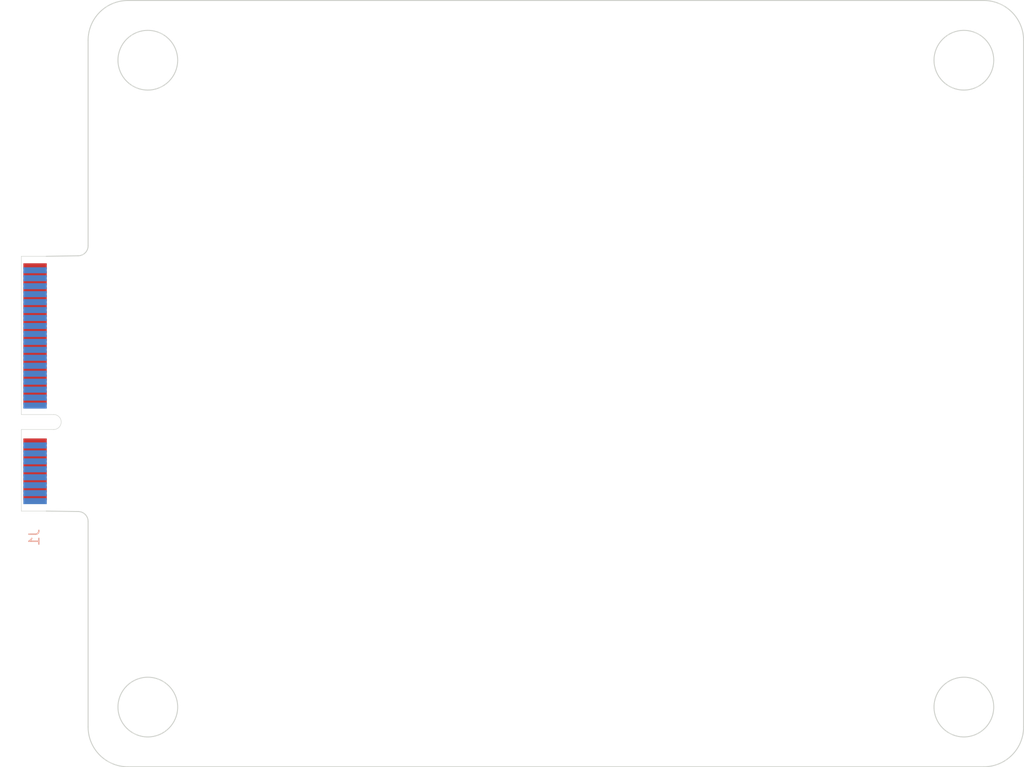
<source format=kicad_pcb>
(kicad_pcb (version 20211014) (generator pcbnew)
  (layers (0 "F.Cu" signal) (31 "B.Cu" signal) (34 "B.Paste" user) (35 "F.Paste" user) (36 "B.SilkS" user "B.Silkscreen") (37 "F.SilkS" user "F.Silkscreen") (38 "B.Mask" user) (39 "F.Mask" user) (44 "Edge.Cuts" user))
  (net 0 "")
  (net 7 "/SPK_LP")
  (net 8 "+5V")
  (net 9 "/SPK_LN")
  (net 10 "Net-(J1-Pad11)")
  (net 11 "/USB3_D_P")
  (net 12 "/USB3_D_N")
  (net 13 "GND")
  (net 14 "/USB4_D_P")
  (net 15 "/SPK_RP")
  (net 16 "/USB4_D_N")
  (net 17 "/SPK_RN")
  (net 18 "/IO28")
  (net 19 "/IO29")
  (net 20 "/IO30")
  (net 21 "/CAM_D3_P")
  (net 22 "/IO31")
  (net 23 "/CAM_D3_N")
  (net 24 "/IO32")
  (net 25 "/IO33")
  (net 26 "/CAM_D2_P")
  (net 27 "/IO34")
  (net 28 "/CAM_D2_N")
  (net 29 "/IO35")
  (net 30 "/IO36")
  (net 31 "/CAM_C_P")
  (net 32 "/IO37")
  (net 33 "/CAM_C_N")
  (net 34 "/IO38")
  (net 35 "/IO39")
  (net 36 "/CAM_D1_P")
  (net 37 "/IO40")
  (net 38 "/CAM_D1_N")
  (net 39 "/IO41")
  (net 40 "/IO42")
  (net 41 "/IO43")
  (net 42 "/IO44")
  (net 43 "/IO45")
  (footprint "mpcie:mini-PCIe" (layer "B.Cu") (at 90.164412 104.159558 90)
    (fp_text reference "J1" (at -11.6 1.3 90) (layer "B.SilkS") (effects (justify mirror)))
    (fp_text value "miniPCIe")
    (fp_line (start 0.75 0) (end 16.65 0) (layer "Edge.Cuts") (width 0.05))
    (fp_line (start -8.95 0) (end -8.95 2.5) (layer "Edge.Cuts") (width 0.05))
    (fp_line (start -0.75 0) (end -0.75 3.25) (layer "Edge.Cuts") (width 0.05))
    (fp_line (start 16.65 0) (end 16.65 2.5) (layer "Edge.Cuts") (width 0.05))
    (fp_line (start -0.75 0) (end -8.95 0) (layer "Edge.Cuts") (width 0.05))
    (fp_line (start 0.75 0) (end 0.75 3.25) (layer "Edge.Cuts") (width 0.05))
    (fp_arc (start 0.75 3.25) (mid 0 4) (end -0.75 3.25) (layer "Edge.Cuts") (width 0.05))
    (pad "1" smd rect (at -7.95 1.375 90) (size 0.6 2.35) (layers "B.Cu" "B.Mask") (net 7 "/SPK_LP"))
    (pad "2" smd rect (at -7.55 1.375 90) (size 0.6 2.35) (layers "F.Cu" "F.Mask") (net 8 "+5V"))
    (pad "3" smd rect (at -7.15 1.375 90) (size 0.6 2.35) (layers "B.Cu" "B.Mask") (net 9 "/SPK_LN"))
    (pad "4" smd rect (at -6.75 1.375 90) (size 0.6 2.35) (layers "F.Cu" "F.Mask") (net 8 "+5V"))
    (pad "5" smd rect (at -6.35 1.375 90) (size 0.6 2.35) (layers "B.Cu" "B.Mask") (net 10 "Net-(J1-Pad11)"))
    (pad "6" smd rect (at -5.95 1.375 90) (size 0.6 2.35) (layers "F.Cu" "F.Mask") (net 8 "+5V"))
    (pad "7" smd rect (at -5.55 1.375 90) (size 0.6 2.35) (layers "B.Cu" "B.Mask") (net 11 "/USB3_D_P"))
    (pad "8" smd rect (at -5.15 1.375 90) (size 0.6 2.35) (layers "F.Cu" "F.Mask") (net 8 "+5V"))
    (pad "9" smd rect (at -4.75 1.375 90) (size 0.6 2.35) (layers "B.Cu" "B.Mask") (net 12 "/USB3_D_N"))
    (pad "10" smd rect (at -4.35 1.375 90) (size 0.6 2.35) (layers "F.Cu" "F.Mask") (net 8 "+5V"))
    (pad "11" smd rect (at -3.95 1.375 90) (size 0.6 2.35) (layers "B.Cu" "B.Mask") (net 10 "Net-(J1-Pad11)"))
    (pad "12" smd rect (at -3.55 1.375 90) (size 0.6 2.35) (layers "F.Cu" "F.Mask") (net 13 "GND"))
    (pad "13" smd rect (at -3.15 1.375 90) (size 0.6 2.35) (layers "B.Cu" "B.Mask") (net 14 "/USB4_D_P"))
    (pad "14" smd rect (at -2.75 1.375 90) (size 0.6 2.35) (layers "F.Cu" "F.Mask") (net 15 "/SPK_RP"))
    (pad "15" smd rect (at -2.35 1.375 90) (size 0.6 2.35) (layers "B.Cu" "B.Mask") (net 16 "/USB4_D_N"))
    (pad "16" smd rect (at -1.95 1.375 90) (size 0.6 2.35) (layers "F.Cu" "F.Mask") (net 17 "/SPK_RN"))
    (pad "17" smd rect (at 1.65 1.375 90) (size 0.6 2.35) (layers "B.Cu" "B.Mask"))
    (pad "18" smd rect (at 2.05 1.375 90) (size 0.6 2.35) (layers "F.Cu" "F.Mask") (net 18 "/IO28"))
    (pad "19" smd rect (at 2.45 1.375 90) (size 0.6 2.35) (layers "B.Cu" "B.Mask"))
    (pad "20" smd rect (at 2.85 1.375 90) (size 0.6 2.35) (layers "F.Cu" "F.Mask") (net 19 "/IO29"))
    (pad "21" smd rect (at 3.25 1.375 90) (size 0.6 2.35) (layers "B.Cu" "B.Mask") (net 10 "Net-(J1-Pad11)"))
    (pad "22" smd rect (at 3.65 1.375 90) (size 0.6 2.35) (layers "F.Cu" "F.Mask") (net 20 "/IO30"))
    (pad "23" smd rect (at 4.05 1.375 90) (size 0.6 2.35) (layers "B.Cu" "B.Mask") (net 21 "/CAM_D3_P"))
    (pad "24" smd rect (at 4.45 1.375 90) (size 0.6 2.35) (layers "F.Cu" "F.Mask") (net 22 "/IO31"))
    (pad "25" smd rect (at 4.85 1.375 90) (size 0.6 2.35) (layers "B.Cu" "B.Mask") (net 23 "/CAM_D3_N"))
    (pad "26" smd rect (at 5.25 1.375 90) (size 0.6 2.35) (layers "F.Cu" "F.Mask") (net 24 "/IO32"))
    (pad "27" smd rect (at 5.65 1.375 90) (size 0.6 2.35) (layers "B.Cu" "B.Mask") (net 10 "Net-(J1-Pad11)"))
    (pad "28" smd rect (at 6.05 1.375 90) (size 0.6 2.35) (layers "F.Cu" "F.Mask") (net 25 "/IO33"))
    (pad "29" smd rect (at 6.45 1.375 90) (size 0.6 2.35) (layers "B.Cu" "B.Mask") (net 26 "/CAM_D2_P"))
    (pad "30" smd rect (at 6.85 1.375 90) (size 0.6 2.35) (layers "F.Cu" "F.Mask") (net 27 "/IO34"))
    (pad "31" smd rect (at 7.25 1.375 90) (size 0.6 2.35) (layers "B.Cu" "B.Mask") (net 28 "/CAM_D2_N"))
    (pad "32" smd rect (at 7.65 1.375 90) (size 0.6 2.35) (layers "F.Cu" "F.Mask") (net 29 "/IO35"))
    (pad "33" smd rect (at 8.05 1.375 90) (size 0.6 2.35) (layers "B.Cu" "B.Mask") (net 10 "Net-(J1-Pad11)"))
    (pad "34" smd rect (at 8.45 1.375 90) (size 0.6 2.35) (layers "F.Cu" "F.Mask") (net 30 "/IO36"))
    (pad "35" smd rect (at 8.85 1.375 90) (size 0.6 2.35) (layers "B.Cu" "B.Mask") (net 31 "/CAM_C_P"))
    (pad "36" smd rect (at 9.25 1.375 90) (size 0.6 2.35) (layers "F.Cu" "F.Mask") (net 32 "/IO37"))
    (pad "37" smd rect (at 9.65 1.375 90) (size 0.6 2.35) (layers "B.Cu" "B.Mask") (net 33 "/CAM_C_N"))
    (pad "38" smd rect (at 10.05 1.375 90) (size 0.6 2.35) (layers "F.Cu" "F.Mask") (net 34 "/IO38"))
    (pad "39" smd rect (at 10.45 1.375 90) (size 0.6 2.35) (layers "B.Cu" "B.Mask") (net 10 "Net-(J1-Pad11)"))
    (pad "40" smd rect (at 10.85 1.375 90) (size 0.6 2.35) (layers "F.Cu" "F.Mask") (net 35 "/IO39"))
    (pad "41" smd rect (at 11.25 1.375 90) (size 0.6 2.35) (layers "B.Cu" "B.Mask") (net 36 "/CAM_D1_P"))
    (pad "42" smd rect (at 11.65 1.375 90) (size 0.6 2.35) (layers "F.Cu" "F.Mask") (net 37 "/IO40"))
    (pad "43" smd rect (at 12.05 1.375 90) (size 0.6 2.35) (layers "B.Cu" "B.Mask") (net 38 "/CAM_D1_N"))
    (pad "44" smd rect (at 12.45 1.375 90) (size 0.6 2.35) (layers "F.Cu" "F.Mask") (net 39 "/IO41"))
    (pad "45" smd rect (at 12.85 1.375 90) (size 0.6 2.35) (layers "B.Cu" "B.Mask"))
    (pad "46" smd rect (at 13.25 1.375 90) (size 0.6 2.35) (layers "F.Cu" "F.Mask") (net 40 "/IO42"))
    (pad "47" smd rect (at 13.65 1.375 90) (size 0.6 2.35) (layers "B.Cu" "B.Mask"))
    (pad "48" smd rect (at 14.05 1.375 90) (size 0.6 2.35) (layers "F.Cu" "F.Mask") (net 41 "/IO43"))
    (pad "49" smd rect (at 14.45 1.375 90) (size 0.6 2.35) (layers "B.Cu" "B.Mask"))
    (pad "50" smd rect (at 14.85 1.375 90) (size 0.6 2.35) (layers "F.Cu" "F.Mask") (net 42 "/IO44"))
    (pad "51" smd rect (at 15.25 1.375 90) (size 0.6 2.35) (layers "B.Cu" "B.Mask"))
    (pad "52" smd rect (at 15.65 1.375 90) (size 0.6 2.35) (layers "F.Cu" "F.Mask") (net 43 "/IO45"))
  )
  (gr_line (start 92.664412 113.109558) (end 95.870014 113.15319) (layer "Edge.Cuts") (width 0.1))
  (gr_line (start 96.870012 65.803272) (end 96.870012 86.453218) (layer "Edge.Cuts") (width 0.1))
  (gr_arc (start 96.870012 65.803272) (mid 98.041606 62.974868) (end 100.870004 61.80328) (layer "Edge.Cuts") (width 0.1))
  (gr_line (start 96.870012 114.153188) (end 96.870012 134.803134) (layer "Edge.Cuts") (width 0.1))
  (gr_arc (start 186.870086 61.80328) (mid 189.698549 62.974813) (end 190.870078 65.803272) (layer "Edge.Cuts") (width 0.1))
  (gr_line (start 92.664412 87.509558) (end 95.870014 87.453216) (layer "Edge.Cuts") (width 0.1))
  (gr_circle (center 102.87 67.803268) (end 105.869994 67.803268) (layer "Edge.Cuts") (width 0.1) (fill none))
  (gr_line (start 186.870086 61.80328) (end 100.870004 61.80328) (layer "Edge.Cuts") (width 0.1))
  (gr_line (start 100.870004 138.803126) (end 186.870086 138.803126) (layer "Edge.Cuts") (width 0.1))
  (gr_arc (start 190.870078 134.803134) (mid 189.698485 137.631533) (end 186.870086 138.803126) (layer "Edge.Cuts") (width 0.1))
  (gr_arc (start 95.870014 113.15319) (mid 96.577107 113.446085) (end 96.870012 114.153188) (layer "Edge.Cuts") (width 0.1))
  (gr_circle (center 102.87 132.803138) (end 105.869994 132.803138) (layer "Edge.Cuts") (width 0.1) (fill none))
  (gr_circle (center 184.87009 67.803268) (end 187.870084 67.803268) (layer "Edge.Cuts") (width 0.1) (fill none))
  (gr_arc (start 96.870012 86.453218) (mid 96.577134 87.16035) (end 95.870014 87.453216) (layer "Edge.Cuts") (width 0.1))
  (gr_circle (center 184.87009 132.803138) (end 187.870084 132.803138) (layer "Edge.Cuts") (width 0.1) (fill none))
  (gr_line (start 190.870078 134.803134) (end 190.870078 121.053098) (layer "Edge.Cuts") (width 0.1))
  (gr_line (start 190.870078 121.053098) (end 190.870078 79.553308) (layer "Edge.Cuts") (width 0.1))
  (gr_arc (start 100.870004 138.803126) (mid 98.041596 137.631551) (end 96.870012 134.803134) (layer "Edge.Cuts") (width 0.1))
  (gr_line (start 190.870078 79.553308) (end 190.870078 65.803272) (layer "Edge.Cuts") (width 0.1))
)
</source>
